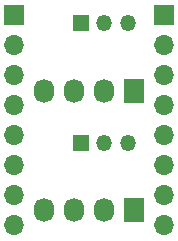
<source format=gbr>
%TF.GenerationSoftware,KiCad,Pcbnew,8.0.4*%
%TF.CreationDate,2024-08-22T18:10:40-07:00*%
%TF.ProjectId,tmtua,746d7475-612e-46b6-9963-61645f706362,0.1*%
%TF.SameCoordinates,Original*%
%TF.FileFunction,Soldermask,Top*%
%TF.FilePolarity,Negative*%
%FSLAX46Y46*%
G04 Gerber Fmt 4.6, Leading zero omitted, Abs format (unit mm)*
G04 Created by KiCad (PCBNEW 8.0.4) date 2024-08-22 18:10:40*
%MOMM*%
%LPD*%
G01*
G04 APERTURE LIST*
%ADD10R,1.350000X1.350000*%
%ADD11O,1.350000X1.350000*%
%ADD12R,1.730000X2.030000*%
%ADD13O,1.730000X2.030000*%
%ADD14R,1.700000X1.700000*%
%ADD15O,1.700000X1.700000*%
G04 APERTURE END LIST*
D10*
%TO.C,J4*%
X104680000Y-59817000D03*
D11*
X106680000Y-59817000D03*
X108680000Y-59817000D03*
%TD*%
D12*
%TO.C,CN1*%
X109210000Y-55418000D03*
D13*
X106670000Y-55418000D03*
X104130000Y-55418000D03*
X101590000Y-55418000D03*
%TD*%
D12*
%TO.C,CN2*%
X109220000Y-65532000D03*
D13*
X106680000Y-65532000D03*
X104140000Y-65532000D03*
X101600000Y-65532000D03*
%TD*%
D10*
%TO.C,J3*%
X104680000Y-49657000D03*
D11*
X106680000Y-49657000D03*
X108680000Y-49657000D03*
%TD*%
D14*
%TO.C,J2*%
X111760000Y-49022000D03*
D15*
X111760000Y-51562000D03*
X111760000Y-54102000D03*
X111760000Y-56642000D03*
X111760000Y-59182000D03*
X111760000Y-61722000D03*
X111760000Y-64262000D03*
X111760000Y-66802000D03*
%TD*%
D14*
%TO.C,J1*%
X99060000Y-49022000D03*
D15*
X99060000Y-51562000D03*
X99060000Y-54102000D03*
X99060000Y-56642000D03*
X99060000Y-59182000D03*
X99060000Y-61722000D03*
X99060000Y-64262000D03*
X99060000Y-66802000D03*
%TD*%
M02*

</source>
